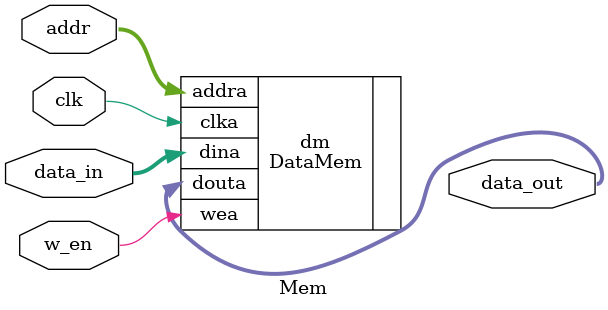
<source format=v>


// wire [7:0] shift_n = {                   // mod 
//   SHIFT00, SHIFT08, SHIFT16, SHIFT24,    // 11
//   SHIFT00, SHIFT08, SHIFT16, SHIFT24,    // 10
//   SHIFT00, SHIFT00, SHIFT16, SHIFT16,    // 01
//   SHIFT00, SHIFT00, SHIFT00, SHIFT00     // 00
// // addr 11    10    01    00
// };

// assign out = in << shift_n[{mod, addr}];

// endmodule

// module Aligner (
//     input clk,
//     input [1:0] mod,
//     input [1:0] addr,
//     input [31:0] in,
//     input [31:0] new,
//     output reg [31:0] out
// );

// always @(negedge clk) begin
//   out <= in;
//   case (mod)
//     2'b00: begin out <= new; end 
//     2'b01: begin
//       case(addr[1])
//         1'b0: begin out[15:0] <= new[31:16]; end
//         1'b1: begin out[31:16] <= new[31:16]; end
//       endcase
//     end
//     default: begin
//       case(addr)
//         2'b00: begin out[7:0] <= new[31:24]; end
//         2'b01: begin out[15:8] <= new[31:24]; end
//         2'b10: begin out[23:16] <= new[31:24]; end
//         2'b11: begin out[31:24] <= new[31:24]; end
//       endcase
//     end
//   endcase
// end

// endmodule

//只实现了全字访问, 半字访问和字节访问并没有实现
//这让我深刻地理解为什么c语言结构体内存布局要对齐了
module Mem (
  input clk,
  input w_en,
  //input [1:0] mod,
  input [5:0] addr, //存储器共2^6 = 64个字 ,对字节进行编码后2位会被丢弃
  input [31:0] data_in,
  output [31:0] data_out
);

DataMem dm (
  .clka(clk),    // input wire clka
  .wea(w_en),      // input wire [0 : 0] wea
  .addra(addr),  // input wire [5 : 0] addra
  .dina(data_in),    // input wire [31 : 0] dina
  .douta(data_out)  // output wire [31 : 0] douta
);

endmodule
</source>
